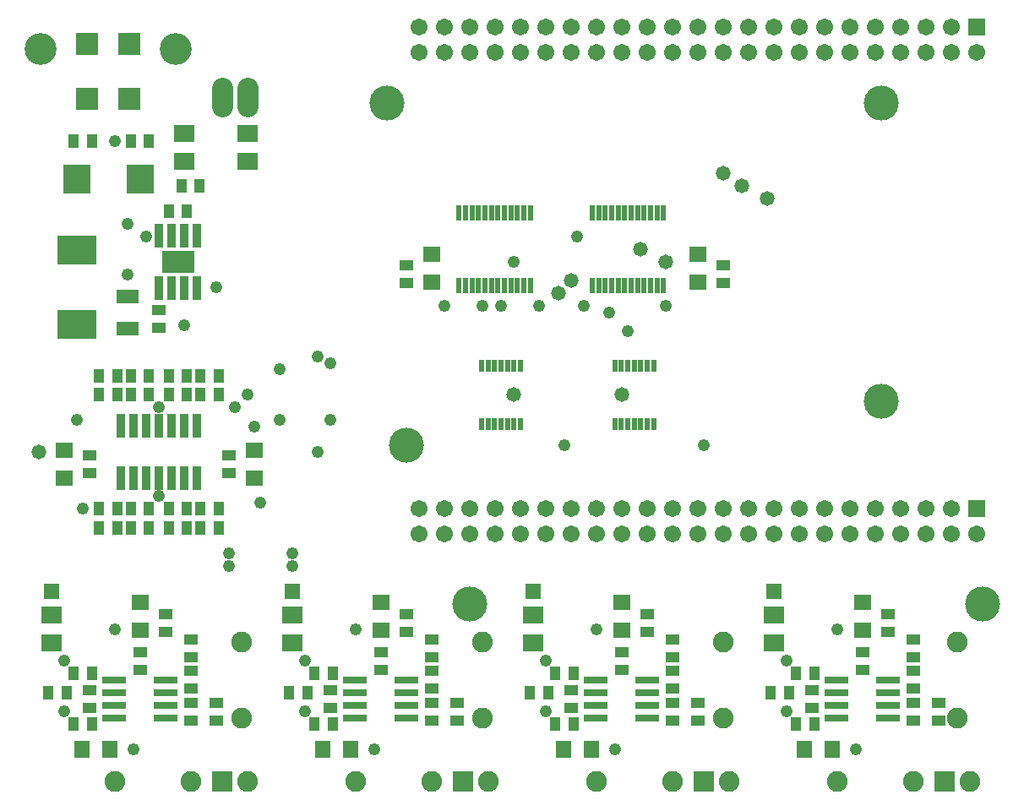
<source format=gts>
G75*
%MOIN*%
%OFA0B0*%
%FSLAX25Y25*%
%IPPOS*%
%LPD*%
%AMOC8*
5,1,8,0,0,1.08239X$1,22.5*
%
%ADD10C,0.08200*%
%ADD11R,0.05524X0.03950*%
%ADD12R,0.06312X0.07099*%
%ADD13R,0.07099X0.06312*%
%ADD14R,0.03950X0.05524*%
%ADD15R,0.10839X0.11430*%
%ADD16R,0.15761X0.11824*%
%ADD17R,0.08200X0.08200*%
%ADD18C,0.08200*%
%ADD19R,0.03200X0.09500*%
%ADD20R,0.08674X0.05524*%
%ADD21R,0.07887X0.07099*%
%ADD22R,0.09461X0.03162*%
%ADD23R,0.02170X0.06300*%
%ADD24R,0.12600X0.08674*%
%ADD25R,0.06737X0.06737*%
%ADD26C,0.06737*%
%ADD27R,0.02000X0.04700*%
%ADD28R,0.09068X0.09068*%
%ADD29C,0.12611*%
%ADD30C,0.13800*%
%ADD31C,0.04900*%
%ADD32C,0.05800*%
%ADD33R,0.06050X0.06050*%
D10*
X0081000Y0277550D02*
X0081000Y0284950D01*
X0091000Y0284950D02*
X0091000Y0277550D01*
D11*
X0153500Y0214793D03*
X0153500Y0207707D03*
X0083500Y0139793D03*
X0083500Y0132707D03*
X0028500Y0132707D03*
X0028500Y0139793D03*
X0056000Y0190207D03*
X0056000Y0197293D03*
X0058500Y0077293D03*
X0058500Y0070207D03*
X0068500Y0067293D03*
X0068500Y0060207D03*
X0068500Y0054793D03*
X0068500Y0047707D03*
X0068500Y0042293D03*
X0068500Y0035207D03*
X0078500Y0035207D03*
X0078500Y0042293D03*
X0048500Y0055207D03*
X0048500Y0062293D03*
X0028500Y0047293D03*
X0028500Y0040207D03*
X0123500Y0040207D03*
X0123500Y0047293D03*
X0143500Y0055207D03*
X0143500Y0062293D03*
X0153500Y0070207D03*
X0153500Y0077293D03*
X0163500Y0067293D03*
X0163500Y0060207D03*
X0163500Y0054793D03*
X0163500Y0047707D03*
X0163500Y0042293D03*
X0163500Y0035207D03*
X0173500Y0035207D03*
X0173500Y0042293D03*
X0218500Y0040207D03*
X0218500Y0047293D03*
X0238500Y0055207D03*
X0238500Y0062293D03*
X0248500Y0070207D03*
X0248500Y0077293D03*
X0258500Y0067293D03*
X0258500Y0060207D03*
X0258500Y0054793D03*
X0258500Y0047707D03*
X0258500Y0042293D03*
X0258500Y0035207D03*
X0268500Y0035207D03*
X0268500Y0042293D03*
X0313500Y0040207D03*
X0313500Y0047293D03*
X0333500Y0055207D03*
X0333500Y0062293D03*
X0343500Y0070207D03*
X0343500Y0077293D03*
X0353500Y0067293D03*
X0353500Y0060207D03*
X0353500Y0054793D03*
X0353500Y0047707D03*
X0353500Y0042293D03*
X0353500Y0035207D03*
X0363500Y0035207D03*
X0363500Y0042293D03*
X0278500Y0207707D03*
X0278500Y0214793D03*
D12*
X0025488Y0023750D03*
X0036512Y0023750D03*
X0120488Y0023750D03*
X0131512Y0023750D03*
X0215488Y0023750D03*
X0226512Y0023750D03*
X0310488Y0023750D03*
X0321512Y0023750D03*
D13*
X0333500Y0070738D03*
X0333500Y0081762D03*
X0238500Y0081762D03*
X0238500Y0070738D03*
X0143500Y0070738D03*
X0143500Y0081762D03*
X0093500Y0130738D03*
X0093500Y0141762D03*
X0018500Y0141762D03*
X0018500Y0130738D03*
X0048500Y0081762D03*
X0048500Y0070738D03*
X0163500Y0208238D03*
X0163500Y0219262D03*
X0268500Y0219262D03*
X0268500Y0208238D03*
D14*
X0079543Y0171250D03*
X0072457Y0171250D03*
X0067043Y0171250D03*
X0059957Y0171250D03*
X0059957Y0163750D03*
X0067043Y0163750D03*
X0072457Y0163750D03*
X0079543Y0163750D03*
X0052043Y0163750D03*
X0044957Y0163750D03*
X0039543Y0163750D03*
X0032457Y0163750D03*
X0032457Y0171250D03*
X0039543Y0171250D03*
X0044957Y0171250D03*
X0052043Y0171250D03*
X0052043Y0118750D03*
X0044957Y0118750D03*
X0039543Y0118750D03*
X0032457Y0118750D03*
X0032457Y0111250D03*
X0039543Y0111250D03*
X0044957Y0111250D03*
X0052043Y0111250D03*
X0059957Y0111250D03*
X0067043Y0111250D03*
X0072457Y0111250D03*
X0079543Y0111250D03*
X0079543Y0118750D03*
X0072457Y0118750D03*
X0067043Y0118750D03*
X0059957Y0118750D03*
X0029543Y0053750D03*
X0022457Y0053750D03*
X0019543Y0046250D03*
X0012457Y0046250D03*
X0022457Y0033750D03*
X0029543Y0033750D03*
X0107457Y0046250D03*
X0114543Y0046250D03*
X0117457Y0053750D03*
X0124543Y0053750D03*
X0124543Y0033750D03*
X0117457Y0033750D03*
X0202457Y0046250D03*
X0209543Y0046250D03*
X0212457Y0053750D03*
X0219543Y0053750D03*
X0219543Y0033750D03*
X0212457Y0033750D03*
X0297457Y0046250D03*
X0304543Y0046250D03*
X0307457Y0053750D03*
X0314543Y0053750D03*
X0314543Y0033750D03*
X0307457Y0033750D03*
X0067043Y0236250D03*
X0059957Y0236250D03*
X0064957Y0246250D03*
X0072043Y0246250D03*
X0052043Y0263750D03*
X0044957Y0263750D03*
X0029543Y0263750D03*
X0022457Y0263750D03*
D15*
X0023520Y0248750D03*
X0048480Y0248750D03*
D16*
X0023500Y0220817D03*
X0023500Y0191683D03*
D17*
X0081000Y0011250D03*
X0176000Y0011250D03*
X0271000Y0011250D03*
X0366000Y0011250D03*
D18*
X0353500Y0011250D03*
X0376000Y0011250D03*
X0371000Y0036250D03*
X0371000Y0066250D03*
X0323500Y0011250D03*
X0281000Y0011250D03*
X0258500Y0011250D03*
X0228500Y0011250D03*
X0186000Y0011250D03*
X0163500Y0011250D03*
X0133500Y0011250D03*
X0091000Y0011250D03*
X0068500Y0011250D03*
X0038500Y0011250D03*
X0088500Y0036250D03*
X0088500Y0066250D03*
X0183500Y0066250D03*
X0183500Y0036250D03*
X0278500Y0036250D03*
X0278500Y0066250D03*
D19*
X0071000Y0131000D03*
X0066000Y0131000D03*
X0061000Y0131000D03*
X0056000Y0131000D03*
X0051000Y0131000D03*
X0046000Y0131000D03*
X0041000Y0131000D03*
X0041000Y0151500D03*
X0046000Y0151500D03*
X0051000Y0151500D03*
X0056000Y0151500D03*
X0061000Y0151500D03*
X0066000Y0151500D03*
X0071000Y0151500D03*
X0071000Y0205950D03*
X0066000Y0205950D03*
X0061000Y0205950D03*
X0056000Y0205950D03*
X0056000Y0226550D03*
X0061000Y0226550D03*
X0066000Y0226550D03*
X0071000Y0226550D03*
D20*
X0043500Y0202549D03*
X0043500Y0189951D03*
D21*
X0066000Y0255738D03*
X0066000Y0266762D03*
X0091000Y0266762D03*
X0091000Y0255738D03*
X0108500Y0076762D03*
X0108500Y0065738D03*
X0013500Y0065738D03*
X0013500Y0076762D03*
X0203500Y0076762D03*
X0203500Y0065738D03*
X0298500Y0065738D03*
X0298500Y0076762D03*
D22*
X0323264Y0051250D03*
X0323264Y0046250D03*
X0323264Y0041250D03*
X0323264Y0036250D03*
X0343736Y0036250D03*
X0343736Y0041250D03*
X0343736Y0046250D03*
X0343736Y0051250D03*
X0248736Y0051250D03*
X0248736Y0046250D03*
X0248736Y0041250D03*
X0248736Y0036250D03*
X0228264Y0036250D03*
X0228264Y0041250D03*
X0228264Y0046250D03*
X0228264Y0051250D03*
X0153736Y0051250D03*
X0153736Y0046250D03*
X0153736Y0041250D03*
X0153736Y0036250D03*
X0133264Y0036250D03*
X0133264Y0041250D03*
X0133264Y0046250D03*
X0133264Y0051250D03*
X0058736Y0051250D03*
X0058736Y0046250D03*
X0058736Y0041250D03*
X0058736Y0036250D03*
X0038264Y0036250D03*
X0038264Y0041250D03*
X0038264Y0046250D03*
X0038264Y0051250D03*
D23*
X0174425Y0206856D03*
X0176984Y0206856D03*
X0179543Y0206856D03*
X0182102Y0206856D03*
X0184661Y0206856D03*
X0187220Y0206856D03*
X0189780Y0206856D03*
X0192339Y0206856D03*
X0194898Y0206856D03*
X0197457Y0206856D03*
X0200016Y0206856D03*
X0202575Y0206856D03*
X0226925Y0206856D03*
X0229484Y0206856D03*
X0232043Y0206856D03*
X0234602Y0206856D03*
X0237161Y0206856D03*
X0239720Y0206856D03*
X0242280Y0206856D03*
X0244839Y0206856D03*
X0247398Y0206856D03*
X0249957Y0206856D03*
X0252516Y0206856D03*
X0255075Y0206856D03*
X0255075Y0235644D03*
X0252516Y0235644D03*
X0249957Y0235644D03*
X0247398Y0235644D03*
X0244839Y0235644D03*
X0242280Y0235644D03*
X0239720Y0235644D03*
X0237161Y0235644D03*
X0234602Y0235644D03*
X0232043Y0235644D03*
X0229484Y0235644D03*
X0226925Y0235644D03*
X0202575Y0235644D03*
X0200016Y0235644D03*
X0197457Y0235644D03*
X0194898Y0235644D03*
X0192339Y0235644D03*
X0189780Y0235644D03*
X0187220Y0235644D03*
X0184661Y0235644D03*
X0182102Y0235644D03*
X0179543Y0235644D03*
X0176984Y0235644D03*
X0174425Y0235644D03*
D24*
X0063500Y0216250D03*
D25*
X0378500Y0308750D03*
X0378500Y0118750D03*
D26*
X0368500Y0118750D03*
X0358500Y0118750D03*
X0348500Y0118750D03*
X0348500Y0108750D03*
X0358500Y0108750D03*
X0368500Y0108750D03*
X0378500Y0108750D03*
X0338500Y0108750D03*
X0328500Y0108750D03*
X0318500Y0108750D03*
X0308500Y0108750D03*
X0298500Y0108750D03*
X0298500Y0118750D03*
X0308500Y0118750D03*
X0318500Y0118750D03*
X0328500Y0118750D03*
X0338500Y0118750D03*
X0288500Y0118750D03*
X0278500Y0118750D03*
X0268500Y0118750D03*
X0258500Y0118750D03*
X0248500Y0118750D03*
X0238500Y0118750D03*
X0238500Y0108750D03*
X0248500Y0108750D03*
X0258500Y0108750D03*
X0268500Y0108750D03*
X0278500Y0108750D03*
X0288500Y0108750D03*
X0228500Y0108750D03*
X0218500Y0108750D03*
X0208500Y0108750D03*
X0198500Y0108750D03*
X0188500Y0108750D03*
X0188500Y0118750D03*
X0198500Y0118750D03*
X0208500Y0118750D03*
X0218500Y0118750D03*
X0228500Y0118750D03*
X0178500Y0118750D03*
X0168500Y0118750D03*
X0158500Y0118750D03*
X0158500Y0108750D03*
X0168500Y0108750D03*
X0178500Y0108750D03*
X0178500Y0298750D03*
X0168500Y0298750D03*
X0158500Y0298750D03*
X0158500Y0308750D03*
X0168500Y0308750D03*
X0178500Y0308750D03*
X0188500Y0308750D03*
X0198500Y0308750D03*
X0208500Y0308750D03*
X0218500Y0308750D03*
X0228500Y0308750D03*
X0228500Y0298750D03*
X0218500Y0298750D03*
X0208500Y0298750D03*
X0198500Y0298750D03*
X0188500Y0298750D03*
X0238500Y0298750D03*
X0248500Y0298750D03*
X0258500Y0298750D03*
X0268500Y0298750D03*
X0278500Y0298750D03*
X0288500Y0298750D03*
X0288500Y0308750D03*
X0278500Y0308750D03*
X0268500Y0308750D03*
X0258500Y0308750D03*
X0248500Y0308750D03*
X0238500Y0308750D03*
X0298500Y0308750D03*
X0308500Y0308750D03*
X0318500Y0308750D03*
X0328500Y0308750D03*
X0338500Y0308750D03*
X0338500Y0298750D03*
X0328500Y0298750D03*
X0318500Y0298750D03*
X0308500Y0298750D03*
X0298500Y0298750D03*
X0348500Y0298750D03*
X0358500Y0298750D03*
X0368500Y0298750D03*
X0378500Y0298750D03*
X0368500Y0308750D03*
X0358500Y0308750D03*
X0348500Y0308750D03*
D27*
X0251177Y0175237D03*
X0248618Y0175237D03*
X0246059Y0175237D03*
X0243500Y0175237D03*
X0240941Y0175237D03*
X0238382Y0175237D03*
X0235823Y0175237D03*
X0235823Y0152263D03*
X0238382Y0152263D03*
X0240941Y0152263D03*
X0243500Y0152263D03*
X0246059Y0152263D03*
X0248618Y0152263D03*
X0251177Y0152263D03*
X0198677Y0152263D03*
X0196118Y0152263D03*
X0193559Y0152263D03*
X0191000Y0152263D03*
X0188441Y0152263D03*
X0185882Y0152263D03*
X0183323Y0152263D03*
X0183323Y0175237D03*
X0185882Y0175237D03*
X0188441Y0175237D03*
X0191000Y0175237D03*
X0193559Y0175237D03*
X0196118Y0175237D03*
X0198677Y0175237D03*
D28*
X0044268Y0280423D03*
X0027732Y0280423D03*
X0027732Y0302077D03*
X0044268Y0302077D03*
D29*
X0062772Y0300266D03*
X0009228Y0300266D03*
D30*
X0146000Y0278750D03*
X0153500Y0143750D03*
X0178500Y0081250D03*
X0341000Y0161250D03*
X0381000Y0081250D03*
X0341000Y0278750D03*
D31*
X0256000Y0198750D03*
X0241000Y0188750D03*
X0233500Y0196250D03*
X0223500Y0198750D03*
X0206000Y0198750D03*
X0191000Y0198750D03*
X0183500Y0198750D03*
X0168500Y0198750D03*
X0196000Y0216250D03*
X0221000Y0226250D03*
X0123500Y0176250D03*
X0118500Y0178750D03*
X0103500Y0173750D03*
X0091000Y0163750D03*
X0086000Y0158750D03*
X0093500Y0151250D03*
X0103500Y0153750D03*
X0118500Y0141250D03*
X0123500Y0153750D03*
X0096000Y0121250D03*
X0083500Y0101250D03*
X0083500Y0096250D03*
X0108500Y0096250D03*
X0108500Y0101250D03*
X0133500Y0071250D03*
X0113500Y0058750D03*
X0113500Y0038750D03*
X0141000Y0023750D03*
X0208500Y0038750D03*
X0208500Y0058750D03*
X0228500Y0071250D03*
X0236000Y0023750D03*
X0303500Y0038750D03*
X0303500Y0058750D03*
X0323500Y0071250D03*
X0331000Y0023750D03*
X0271000Y0143750D03*
X0216000Y0143750D03*
X0078500Y0206250D03*
X0066000Y0191250D03*
X0043500Y0211250D03*
X0051000Y0226250D03*
X0043500Y0231250D03*
X0038500Y0263750D03*
X0056000Y0158750D03*
X0023500Y0153750D03*
X0056000Y0123750D03*
X0026000Y0118750D03*
X0038500Y0071250D03*
X0018500Y0058750D03*
X0018500Y0038750D03*
X0046000Y0023750D03*
D32*
X0008500Y0141250D03*
X0196000Y0163750D03*
X0238500Y0163750D03*
X0213500Y0203750D03*
X0218500Y0208750D03*
X0246000Y0221250D03*
X0256000Y0216250D03*
X0286000Y0246250D03*
X0278500Y0251250D03*
X0296000Y0241250D03*
D33*
X0298500Y0086250D03*
X0203500Y0086250D03*
X0108500Y0086250D03*
X0013500Y0086250D03*
M02*

</source>
